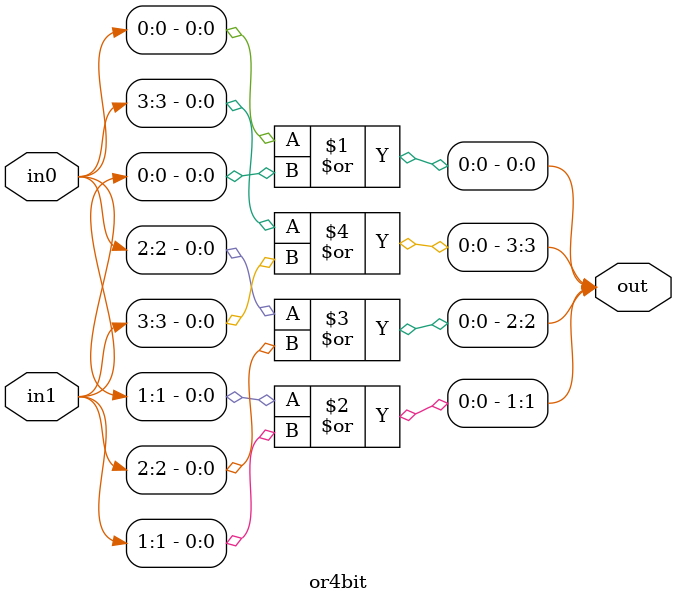
<source format=v>
module BURP(ALU, BusAin, BusBin, clk, CYout, eeprom_data, IN_port, rst, address, BusAout, BusBout,
CYin, Gr, Mode, OUT_wire, Rin, Rout, S, Sr, RAMin);
	
	inout [3:0] ALU;
	input [3:0]BusAin;
	input [3:0]BusBin;
	input clk;
	input CYout;
	input [7:0]eeprom_data;
	input [3:0]IN_port;
	input rst;
	input [3:0] RAMin;
	
	output [7:0]address;
	output [3:0] BusAout;
	output [3:0]BusBout;
	output CYin;
	output [9:0]Gr;
	output Mode;
	output [3:0]OUT_wire;
	output Rin, Rout;
	output [3:0]S;
	output [9:0]Sr;
	
	//output [3:0]PC_control; //TEST
	//output [7:0] IR; //TEST
	//output IR_enable; //TEST
	//output [3:0]Q; //TEST
	//output [3:0]Cwire; //TEST
	//output [7:0] st; //TEST
	//output [3:0] imm;//TEST
	//output Cout; //TEST
	
	wire [7:0]address;
	wire Ccotrol;
	wire Cout;
	wire [3:0]Cwire;
	wire [3:0]imm;
	wire [7:0]IR;
	wire IR_enable;
	wire OUT_port;
	wire [3:0]PC_control;
	wire PC_out;
	wire Rin_bar;
	wire [3:0]pcBus;

	assign Rin=~Rin_bar;
	
	controller c1(clk, IN_port, CYout, IR, PC_control, IR_enable, S, Mode, PC_out, Gr, Sr, Rin_bar, Rout, CYin, Cout, imm, OUT_port);
	PC counter(rst, BusAin, PC_control[1], PC_control[0], CYout, PC_control[2], address, ~clk, PC_control[3]);
	
	REG_374 InstructionRegister(clk, eeprom_data, IR_enable, IR);
	
	//Control for PC output and RAM into Bus B
	MUX_2to1x4 M1(PC_out, 0, address[3:0], pcBus);
		MUX_2to1x4 M4(Rout, pcBus, RAMin, BusBout);

	
	//Register for outport
	Four_bit_Reg OPT(OUT_wire, BusBin, OUT_port);
	
	//C reg/accumulator
	//and a1( Ccontrol, clk, Cout );
	Four_bit_Reg C(Cwire, ALU, clk);
	
	//Bus A output
	//or4bit o1(BusAout, Cwire, imm);
	MUX_2to1x4 M3(Cout, imm, Cwire, BusAout);
	
endmodule

module or4bit(out, in0,in1);
	output [3:0]out;
	input [3:0]in0;
	input [3:0]in1;
	
	or o0(out[0],in0[0],in1[0]);
	or o1(out[1],in0[1],in1[1]);
	or o2(out[2],in0[2],in1[2]);
	or o3(out[3],in0[3],in1[3]);
	
endmodule

</source>
